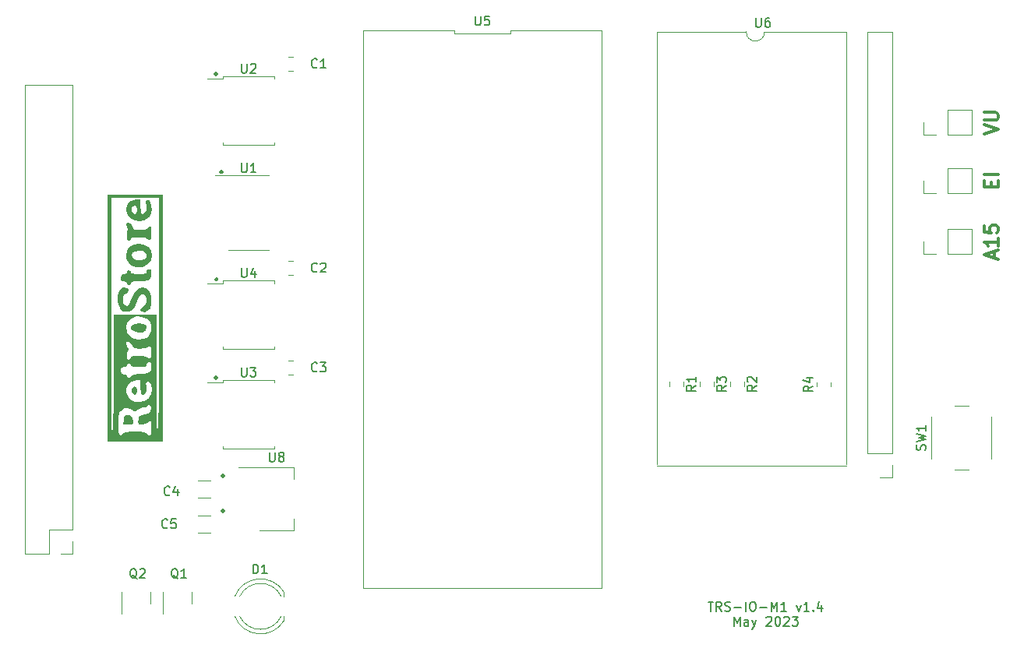
<source format=gbr>
%TF.GenerationSoftware,KiCad,Pcbnew,(6.0.11)*%
%TF.CreationDate,2023-05-02T12:30:58-07:00*%
%TF.ProjectId,TRS-IO-M1,5452532d-494f-42d4-9d31-2e6b69636164,rev?*%
%TF.SameCoordinates,Original*%
%TF.FileFunction,Legend,Top*%
%TF.FilePolarity,Positive*%
%FSLAX46Y46*%
G04 Gerber Fmt 4.6, Leading zero omitted, Abs format (unit mm)*
G04 Created by KiCad (PCBNEW (6.0.11)) date 2023-05-02 12:30:58*
%MOMM*%
%LPD*%
G01*
G04 APERTURE LIST*
%ADD10C,0.300000*%
%ADD11C,0.150000*%
%ADD12C,0.120000*%
G04 APERTURE END LIST*
D10*
X136144000Y-98833714D02*
X136215428Y-98905142D01*
X136144000Y-98976571D01*
X136072571Y-98905142D01*
X136144000Y-98833714D01*
X136144000Y-98976571D01*
X136906000Y-113311714D02*
X136977428Y-113383142D01*
X136906000Y-113454571D01*
X136834571Y-113383142D01*
X136906000Y-113311714D01*
X136906000Y-113454571D01*
X136144000Y-65813714D02*
X136215428Y-65885142D01*
X136144000Y-65956571D01*
X136072571Y-65885142D01*
X136144000Y-65813714D01*
X136144000Y-65956571D01*
X136194800Y-88114914D02*
X136266228Y-88186342D01*
X136194800Y-88257771D01*
X136123371Y-88186342D01*
X136194800Y-88114914D01*
X136194800Y-88257771D01*
X220357628Y-78148571D02*
X220357628Y-77648571D01*
X221143342Y-77434285D02*
X221143342Y-78148571D01*
X219643342Y-78148571D01*
X219643342Y-77434285D01*
X221143342Y-76791428D02*
X219643342Y-76791428D01*
X220722000Y-85859714D02*
X220722000Y-85145428D01*
X221150571Y-86002571D02*
X219650571Y-85502571D01*
X221150571Y-85002571D01*
X221150571Y-83716857D02*
X221150571Y-84574000D01*
X221150571Y-84145428D02*
X219650571Y-84145428D01*
X219864857Y-84288285D01*
X220007714Y-84431142D01*
X220079142Y-84574000D01*
X219650571Y-82359714D02*
X219650571Y-83074000D01*
X220364857Y-83145428D01*
X220293428Y-83074000D01*
X220222000Y-82931142D01*
X220222000Y-82574000D01*
X220293428Y-82431142D01*
X220364857Y-82359714D01*
X220507714Y-82288285D01*
X220864857Y-82288285D01*
X221007714Y-82359714D01*
X221079142Y-82431142D01*
X221150571Y-82574000D01*
X221150571Y-82931142D01*
X221079142Y-83074000D01*
X221007714Y-83145428D01*
X136906000Y-109501714D02*
X136977428Y-109573142D01*
X136906000Y-109644571D01*
X136834571Y-109573142D01*
X136906000Y-109501714D01*
X136906000Y-109644571D01*
D11*
X189622895Y-123259780D02*
X190194323Y-123259780D01*
X189908609Y-124259780D02*
X189908609Y-123259780D01*
X191099085Y-124259780D02*
X190765752Y-123783590D01*
X190527657Y-124259780D02*
X190527657Y-123259780D01*
X190908609Y-123259780D01*
X191003847Y-123307400D01*
X191051466Y-123355019D01*
X191099085Y-123450257D01*
X191099085Y-123593114D01*
X191051466Y-123688352D01*
X191003847Y-123735971D01*
X190908609Y-123783590D01*
X190527657Y-123783590D01*
X191480038Y-124212161D02*
X191622895Y-124259780D01*
X191860990Y-124259780D01*
X191956228Y-124212161D01*
X192003847Y-124164542D01*
X192051466Y-124069304D01*
X192051466Y-123974066D01*
X192003847Y-123878828D01*
X191956228Y-123831209D01*
X191860990Y-123783590D01*
X191670514Y-123735971D01*
X191575276Y-123688352D01*
X191527657Y-123640733D01*
X191480038Y-123545495D01*
X191480038Y-123450257D01*
X191527657Y-123355019D01*
X191575276Y-123307400D01*
X191670514Y-123259780D01*
X191908609Y-123259780D01*
X192051466Y-123307400D01*
X192480038Y-123878828D02*
X193241942Y-123878828D01*
X193718133Y-124259780D02*
X193718133Y-123259780D01*
X194384800Y-123259780D02*
X194575276Y-123259780D01*
X194670514Y-123307400D01*
X194765752Y-123402638D01*
X194813371Y-123593114D01*
X194813371Y-123926447D01*
X194765752Y-124116923D01*
X194670514Y-124212161D01*
X194575276Y-124259780D01*
X194384800Y-124259780D01*
X194289561Y-124212161D01*
X194194323Y-124116923D01*
X194146704Y-123926447D01*
X194146704Y-123593114D01*
X194194323Y-123402638D01*
X194289561Y-123307400D01*
X194384800Y-123259780D01*
X195241942Y-123878828D02*
X196003847Y-123878828D01*
X196480038Y-124259780D02*
X196480038Y-123259780D01*
X196813371Y-123974066D01*
X197146704Y-123259780D01*
X197146704Y-124259780D01*
X198146704Y-124259780D02*
X197575276Y-124259780D01*
X197860990Y-124259780D02*
X197860990Y-123259780D01*
X197765752Y-123402638D01*
X197670514Y-123497876D01*
X197575276Y-123545495D01*
X199241942Y-123593114D02*
X199480038Y-124259780D01*
X199718133Y-123593114D01*
X200622895Y-124259780D02*
X200051466Y-124259780D01*
X200337180Y-124259780D02*
X200337180Y-123259780D01*
X200241942Y-123402638D01*
X200146704Y-123497876D01*
X200051466Y-123545495D01*
X201051466Y-124164542D02*
X201099085Y-124212161D01*
X201051466Y-124259780D01*
X201003847Y-124212161D01*
X201051466Y-124164542D01*
X201051466Y-124259780D01*
X201956228Y-123593114D02*
X201956228Y-124259780D01*
X201718133Y-123212161D02*
X201480038Y-123926447D01*
X202099085Y-123926447D01*
X192432419Y-125869780D02*
X192432419Y-124869780D01*
X192765752Y-125584066D01*
X193099085Y-124869780D01*
X193099085Y-125869780D01*
X194003847Y-125869780D02*
X194003847Y-125345971D01*
X193956228Y-125250733D01*
X193860990Y-125203114D01*
X193670514Y-125203114D01*
X193575276Y-125250733D01*
X194003847Y-125822161D02*
X193908609Y-125869780D01*
X193670514Y-125869780D01*
X193575276Y-125822161D01*
X193527657Y-125726923D01*
X193527657Y-125631685D01*
X193575276Y-125536447D01*
X193670514Y-125488828D01*
X193908609Y-125488828D01*
X194003847Y-125441209D01*
X194384800Y-125203114D02*
X194622895Y-125869780D01*
X194860990Y-125203114D02*
X194622895Y-125869780D01*
X194527657Y-126107876D01*
X194480038Y-126155495D01*
X194384800Y-126203114D01*
X195956228Y-124965019D02*
X196003847Y-124917400D01*
X196099085Y-124869780D01*
X196337180Y-124869780D01*
X196432419Y-124917400D01*
X196480038Y-124965019D01*
X196527657Y-125060257D01*
X196527657Y-125155495D01*
X196480038Y-125298352D01*
X195908609Y-125869780D01*
X196527657Y-125869780D01*
X197146704Y-124869780D02*
X197241942Y-124869780D01*
X197337180Y-124917400D01*
X197384800Y-124965019D01*
X197432419Y-125060257D01*
X197480038Y-125250733D01*
X197480038Y-125488828D01*
X197432419Y-125679304D01*
X197384800Y-125774542D01*
X197337180Y-125822161D01*
X197241942Y-125869780D01*
X197146704Y-125869780D01*
X197051466Y-125822161D01*
X197003847Y-125774542D01*
X196956228Y-125679304D01*
X196908609Y-125488828D01*
X196908609Y-125250733D01*
X196956228Y-125060257D01*
X197003847Y-124965019D01*
X197051466Y-124917400D01*
X197146704Y-124869780D01*
X197860990Y-124965019D02*
X197908609Y-124917400D01*
X198003847Y-124869780D01*
X198241942Y-124869780D01*
X198337180Y-124917400D01*
X198384800Y-124965019D01*
X198432419Y-125060257D01*
X198432419Y-125155495D01*
X198384800Y-125298352D01*
X197813371Y-125869780D01*
X198432419Y-125869780D01*
X198765752Y-124869780D02*
X199384800Y-124869780D01*
X199051466Y-125250733D01*
X199194323Y-125250733D01*
X199289561Y-125298352D01*
X199337180Y-125345971D01*
X199384800Y-125441209D01*
X199384800Y-125679304D01*
X199337180Y-125774542D01*
X199289561Y-125822161D01*
X199194323Y-125869780D01*
X198908609Y-125869780D01*
X198813371Y-125822161D01*
X198765752Y-125774542D01*
D10*
X136753600Y-76430914D02*
X136825028Y-76502342D01*
X136753600Y-76573771D01*
X136682171Y-76502342D01*
X136753600Y-76430914D01*
X136753600Y-76573771D01*
X219629386Y-72405714D02*
X221129386Y-71905714D01*
X219629386Y-71405714D01*
X219629386Y-70905714D02*
X220843672Y-70905714D01*
X220986529Y-70834285D01*
X221057957Y-70762857D01*
X221129386Y-70620000D01*
X221129386Y-70334285D01*
X221057957Y-70191428D01*
X220986529Y-70120000D01*
X220843672Y-70048571D01*
X219629386Y-70048571D01*
D11*
%TO.C,R1*%
X188284380Y-99734666D02*
X187808190Y-100068000D01*
X188284380Y-100306095D02*
X187284380Y-100306095D01*
X187284380Y-99925142D01*
X187332000Y-99829904D01*
X187379619Y-99782285D01*
X187474857Y-99734666D01*
X187617714Y-99734666D01*
X187712952Y-99782285D01*
X187760571Y-99829904D01*
X187808190Y-99925142D01*
X187808190Y-100306095D01*
X188284380Y-98782285D02*
X188284380Y-99353714D01*
X188284380Y-99068000D02*
X187284380Y-99068000D01*
X187427238Y-99163238D01*
X187522476Y-99258476D01*
X187570095Y-99353714D01*
%TO.C,R2*%
X194888380Y-99734666D02*
X194412190Y-100068000D01*
X194888380Y-100306095D02*
X193888380Y-100306095D01*
X193888380Y-99925142D01*
X193936000Y-99829904D01*
X193983619Y-99782285D01*
X194078857Y-99734666D01*
X194221714Y-99734666D01*
X194316952Y-99782285D01*
X194364571Y-99829904D01*
X194412190Y-99925142D01*
X194412190Y-100306095D01*
X193983619Y-99353714D02*
X193936000Y-99306095D01*
X193888380Y-99210857D01*
X193888380Y-98972761D01*
X193936000Y-98877523D01*
X193983619Y-98829904D01*
X194078857Y-98782285D01*
X194174095Y-98782285D01*
X194316952Y-98829904D01*
X194888380Y-99401333D01*
X194888380Y-98782285D01*
%TO.C,C2*%
X147153333Y-87326742D02*
X147105714Y-87374361D01*
X146962857Y-87421980D01*
X146867619Y-87421980D01*
X146724761Y-87374361D01*
X146629523Y-87279123D01*
X146581904Y-87183885D01*
X146534285Y-86993409D01*
X146534285Y-86850552D01*
X146581904Y-86660076D01*
X146629523Y-86564838D01*
X146724761Y-86469600D01*
X146867619Y-86421980D01*
X146962857Y-86421980D01*
X147105714Y-86469600D01*
X147153333Y-86517219D01*
X147534285Y-86517219D02*
X147581904Y-86469600D01*
X147677142Y-86421980D01*
X147915238Y-86421980D01*
X148010476Y-86469600D01*
X148058095Y-86517219D01*
X148105714Y-86612457D01*
X148105714Y-86707695D01*
X148058095Y-86850552D01*
X147486666Y-87421980D01*
X148105714Y-87421980D01*
%TO.C,U5*%
X164338095Y-59582380D02*
X164338095Y-60391904D01*
X164385714Y-60487142D01*
X164433333Y-60534761D01*
X164528571Y-60582380D01*
X164719047Y-60582380D01*
X164814285Y-60534761D01*
X164861904Y-60487142D01*
X164909523Y-60391904D01*
X164909523Y-59582380D01*
X165861904Y-59582380D02*
X165385714Y-59582380D01*
X165338095Y-60058571D01*
X165385714Y-60010952D01*
X165480952Y-59963333D01*
X165719047Y-59963333D01*
X165814285Y-60010952D01*
X165861904Y-60058571D01*
X165909523Y-60153809D01*
X165909523Y-60391904D01*
X165861904Y-60487142D01*
X165814285Y-60534761D01*
X165719047Y-60582380D01*
X165480952Y-60582380D01*
X165385714Y-60534761D01*
X165338095Y-60487142D01*
%TO.C,U8*%
X141986095Y-107017180D02*
X141986095Y-107826704D01*
X142033714Y-107921942D01*
X142081333Y-107969561D01*
X142176571Y-108017180D01*
X142367047Y-108017180D01*
X142462285Y-107969561D01*
X142509904Y-107921942D01*
X142557523Y-107826704D01*
X142557523Y-107017180D01*
X143176571Y-107445752D02*
X143081333Y-107398133D01*
X143033714Y-107350514D01*
X142986095Y-107255276D01*
X142986095Y-107207657D01*
X143033714Y-107112419D01*
X143081333Y-107064800D01*
X143176571Y-107017180D01*
X143367047Y-107017180D01*
X143462285Y-107064800D01*
X143509904Y-107112419D01*
X143557523Y-107207657D01*
X143557523Y-107255276D01*
X143509904Y-107350514D01*
X143462285Y-107398133D01*
X143367047Y-107445752D01*
X143176571Y-107445752D01*
X143081333Y-107493371D01*
X143033714Y-107540990D01*
X142986095Y-107636228D01*
X142986095Y-107826704D01*
X143033714Y-107921942D01*
X143081333Y-107969561D01*
X143176571Y-108017180D01*
X143367047Y-108017180D01*
X143462285Y-107969561D01*
X143509904Y-107921942D01*
X143557523Y-107826704D01*
X143557523Y-107636228D01*
X143509904Y-107540990D01*
X143462285Y-107493371D01*
X143367047Y-107445752D01*
%TO.C,U1*%
X138938095Y-75559046D02*
X138938095Y-76368570D01*
X138985714Y-76463808D01*
X139033333Y-76511427D01*
X139128571Y-76559046D01*
X139319047Y-76559046D01*
X139414285Y-76511427D01*
X139461904Y-76463808D01*
X139509523Y-76368570D01*
X139509523Y-75559046D01*
X140509523Y-76559046D02*
X139938095Y-76559046D01*
X140223809Y-76559046D02*
X140223809Y-75559046D01*
X140128571Y-75701904D01*
X140033333Y-75797142D01*
X139938095Y-75844761D01*
%TO.C,C1*%
X147153333Y-65127142D02*
X147105714Y-65174761D01*
X146962857Y-65222380D01*
X146867619Y-65222380D01*
X146724761Y-65174761D01*
X146629523Y-65079523D01*
X146581904Y-64984285D01*
X146534285Y-64793809D01*
X146534285Y-64650952D01*
X146581904Y-64460476D01*
X146629523Y-64365238D01*
X146724761Y-64270000D01*
X146867619Y-64222380D01*
X146962857Y-64222380D01*
X147105714Y-64270000D01*
X147153333Y-64317619D01*
X148105714Y-65222380D02*
X147534285Y-65222380D01*
X147820000Y-65222380D02*
X147820000Y-64222380D01*
X147724761Y-64365238D01*
X147629523Y-64460476D01*
X147534285Y-64508095D01*
%TO.C,U6*%
X194818095Y-59767380D02*
X194818095Y-60576904D01*
X194865714Y-60672142D01*
X194913333Y-60719761D01*
X195008571Y-60767380D01*
X195199047Y-60767380D01*
X195294285Y-60719761D01*
X195341904Y-60672142D01*
X195389523Y-60576904D01*
X195389523Y-59767380D01*
X196294285Y-59767380D02*
X196103809Y-59767380D01*
X196008571Y-59815000D01*
X195960952Y-59862619D01*
X195865714Y-60005476D01*
X195818095Y-60195952D01*
X195818095Y-60576904D01*
X195865714Y-60672142D01*
X195913333Y-60719761D01*
X196008571Y-60767380D01*
X196199047Y-60767380D01*
X196294285Y-60719761D01*
X196341904Y-60672142D01*
X196389523Y-60576904D01*
X196389523Y-60338809D01*
X196341904Y-60243571D01*
X196294285Y-60195952D01*
X196199047Y-60148333D01*
X196008571Y-60148333D01*
X195913333Y-60195952D01*
X195865714Y-60243571D01*
X195818095Y-60338809D01*
%TO.C,R4*%
X200986380Y-99785466D02*
X200510190Y-100118800D01*
X200986380Y-100356895D02*
X199986380Y-100356895D01*
X199986380Y-99975942D01*
X200034000Y-99880704D01*
X200081619Y-99833085D01*
X200176857Y-99785466D01*
X200319714Y-99785466D01*
X200414952Y-99833085D01*
X200462571Y-99880704D01*
X200510190Y-99975942D01*
X200510190Y-100356895D01*
X200319714Y-98928323D02*
X200986380Y-98928323D01*
X199938761Y-99166419D02*
X200653047Y-99404514D01*
X200653047Y-98785466D01*
%TO.C,C3*%
X147153333Y-98147142D02*
X147105714Y-98194761D01*
X146962857Y-98242380D01*
X146867619Y-98242380D01*
X146724761Y-98194761D01*
X146629523Y-98099523D01*
X146581904Y-98004285D01*
X146534285Y-97813809D01*
X146534285Y-97670952D01*
X146581904Y-97480476D01*
X146629523Y-97385238D01*
X146724761Y-97290000D01*
X146867619Y-97242380D01*
X146962857Y-97242380D01*
X147105714Y-97290000D01*
X147153333Y-97337619D01*
X147486666Y-97242380D02*
X148105714Y-97242380D01*
X147772380Y-97623333D01*
X147915238Y-97623333D01*
X148010476Y-97670952D01*
X148058095Y-97718571D01*
X148105714Y-97813809D01*
X148105714Y-98051904D01*
X148058095Y-98147142D01*
X148010476Y-98194761D01*
X147915238Y-98242380D01*
X147629523Y-98242380D01*
X147534285Y-98194761D01*
X147486666Y-98147142D01*
%TO.C,C4*%
X131151333Y-111609142D02*
X131103714Y-111656761D01*
X130960857Y-111704380D01*
X130865619Y-111704380D01*
X130722761Y-111656761D01*
X130627523Y-111561523D01*
X130579904Y-111466285D01*
X130532285Y-111275809D01*
X130532285Y-111132952D01*
X130579904Y-110942476D01*
X130627523Y-110847238D01*
X130722761Y-110752000D01*
X130865619Y-110704380D01*
X130960857Y-110704380D01*
X131103714Y-110752000D01*
X131151333Y-110799619D01*
X132008476Y-111037714D02*
X132008476Y-111704380D01*
X131770380Y-110656761D02*
X131532285Y-111371047D01*
X132151333Y-111371047D01*
%TO.C,Q1*%
X132035561Y-120740419D02*
X131940323Y-120692800D01*
X131845085Y-120597561D01*
X131702228Y-120454704D01*
X131606990Y-120407085D01*
X131511752Y-120407085D01*
X131559371Y-120645180D02*
X131464133Y-120597561D01*
X131368895Y-120502323D01*
X131321276Y-120311847D01*
X131321276Y-119978514D01*
X131368895Y-119788038D01*
X131464133Y-119692800D01*
X131559371Y-119645180D01*
X131749847Y-119645180D01*
X131845085Y-119692800D01*
X131940323Y-119788038D01*
X131987942Y-119978514D01*
X131987942Y-120311847D01*
X131940323Y-120502323D01*
X131845085Y-120597561D01*
X131749847Y-120645180D01*
X131559371Y-120645180D01*
X132940323Y-120645180D02*
X132368895Y-120645180D01*
X132654609Y-120645180D02*
X132654609Y-119645180D01*
X132559371Y-119788038D01*
X132464133Y-119883276D01*
X132368895Y-119930895D01*
%TO.C,R3*%
X191586380Y-99734666D02*
X191110190Y-100068000D01*
X191586380Y-100306095D02*
X190586380Y-100306095D01*
X190586380Y-99925142D01*
X190634000Y-99829904D01*
X190681619Y-99782285D01*
X190776857Y-99734666D01*
X190919714Y-99734666D01*
X191014952Y-99782285D01*
X191062571Y-99829904D01*
X191110190Y-99925142D01*
X191110190Y-100306095D01*
X190586380Y-99401333D02*
X190586380Y-98782285D01*
X190967333Y-99115619D01*
X190967333Y-98972761D01*
X191014952Y-98877523D01*
X191062571Y-98829904D01*
X191157809Y-98782285D01*
X191395904Y-98782285D01*
X191491142Y-98829904D01*
X191538761Y-98877523D01*
X191586380Y-98972761D01*
X191586380Y-99258476D01*
X191538761Y-99353714D01*
X191491142Y-99401333D01*
%TO.C,U2*%
X138938095Y-64752380D02*
X138938095Y-65561904D01*
X138985714Y-65657142D01*
X139033333Y-65704761D01*
X139128571Y-65752380D01*
X139319047Y-65752380D01*
X139414285Y-65704761D01*
X139461904Y-65657142D01*
X139509523Y-65561904D01*
X139509523Y-64752380D01*
X139938095Y-64847619D02*
X139985714Y-64800000D01*
X140080952Y-64752380D01*
X140319047Y-64752380D01*
X140414285Y-64800000D01*
X140461904Y-64847619D01*
X140509523Y-64942857D01*
X140509523Y-65038095D01*
X140461904Y-65180952D01*
X139890476Y-65752380D01*
X140509523Y-65752380D01*
%TO.C,Q2*%
X127565161Y-120740419D02*
X127469923Y-120692800D01*
X127374685Y-120597561D01*
X127231828Y-120454704D01*
X127136590Y-120407085D01*
X127041352Y-120407085D01*
X127088971Y-120645180D02*
X126993733Y-120597561D01*
X126898495Y-120502323D01*
X126850876Y-120311847D01*
X126850876Y-119978514D01*
X126898495Y-119788038D01*
X126993733Y-119692800D01*
X127088971Y-119645180D01*
X127279447Y-119645180D01*
X127374685Y-119692800D01*
X127469923Y-119788038D01*
X127517542Y-119978514D01*
X127517542Y-120311847D01*
X127469923Y-120502323D01*
X127374685Y-120597561D01*
X127279447Y-120645180D01*
X127088971Y-120645180D01*
X127898495Y-119740419D02*
X127946114Y-119692800D01*
X128041352Y-119645180D01*
X128279447Y-119645180D01*
X128374685Y-119692800D01*
X128422304Y-119740419D01*
X128469923Y-119835657D01*
X128469923Y-119930895D01*
X128422304Y-120073752D01*
X127850876Y-120645180D01*
X128469923Y-120645180D01*
%TO.C,D1*%
X140181104Y-120187979D02*
X140181104Y-119187979D01*
X140419200Y-119187979D01*
X140562057Y-119235599D01*
X140657295Y-119330837D01*
X140704914Y-119426075D01*
X140752533Y-119616551D01*
X140752533Y-119759408D01*
X140704914Y-119949884D01*
X140657295Y-120045122D01*
X140562057Y-120140360D01*
X140419200Y-120187979D01*
X140181104Y-120187979D01*
X141704914Y-120187979D02*
X141133485Y-120187979D01*
X141419200Y-120187979D02*
X141419200Y-119187979D01*
X141323961Y-119330837D01*
X141228723Y-119426075D01*
X141133485Y-119473694D01*
%TO.C,U3*%
X138938095Y-97772380D02*
X138938095Y-98581904D01*
X138985714Y-98677142D01*
X139033333Y-98724761D01*
X139128571Y-98772380D01*
X139319047Y-98772380D01*
X139414285Y-98724761D01*
X139461904Y-98677142D01*
X139509523Y-98581904D01*
X139509523Y-97772380D01*
X139890476Y-97772380D02*
X140509523Y-97772380D01*
X140176190Y-98153333D01*
X140319047Y-98153333D01*
X140414285Y-98200952D01*
X140461904Y-98248571D01*
X140509523Y-98343809D01*
X140509523Y-98581904D01*
X140461904Y-98677142D01*
X140414285Y-98724761D01*
X140319047Y-98772380D01*
X140033333Y-98772380D01*
X139938095Y-98724761D01*
X139890476Y-98677142D01*
%TO.C,SW1*%
X213205961Y-106742133D02*
X213253580Y-106599276D01*
X213253580Y-106361180D01*
X213205961Y-106265942D01*
X213158342Y-106218323D01*
X213063104Y-106170704D01*
X212967866Y-106170704D01*
X212872628Y-106218323D01*
X212825009Y-106265942D01*
X212777390Y-106361180D01*
X212729771Y-106551657D01*
X212682152Y-106646895D01*
X212634533Y-106694514D01*
X212539295Y-106742133D01*
X212444057Y-106742133D01*
X212348819Y-106694514D01*
X212301200Y-106646895D01*
X212253580Y-106551657D01*
X212253580Y-106313561D01*
X212301200Y-106170704D01*
X212253580Y-105837371D02*
X213253580Y-105599276D01*
X212539295Y-105408800D01*
X213253580Y-105218323D01*
X212253580Y-104980228D01*
X213253580Y-104075466D02*
X213253580Y-104646895D01*
X213253580Y-104361180D02*
X212253580Y-104361180D01*
X212396438Y-104456419D01*
X212491676Y-104551657D01*
X212539295Y-104646895D01*
%TO.C,U4*%
X138938095Y-86965712D02*
X138938095Y-87775236D01*
X138985714Y-87870474D01*
X139033333Y-87918093D01*
X139128571Y-87965712D01*
X139319047Y-87965712D01*
X139414285Y-87918093D01*
X139461904Y-87870474D01*
X139509523Y-87775236D01*
X139509523Y-86965712D01*
X140414285Y-87299046D02*
X140414285Y-87965712D01*
X140176190Y-86918093D02*
X139938095Y-87632379D01*
X140557142Y-87632379D01*
%TO.C,C5*%
X130897333Y-115165142D02*
X130849714Y-115212761D01*
X130706857Y-115260380D01*
X130611619Y-115260380D01*
X130468761Y-115212761D01*
X130373523Y-115117523D01*
X130325904Y-115022285D01*
X130278285Y-114831809D01*
X130278285Y-114688952D01*
X130325904Y-114498476D01*
X130373523Y-114403238D01*
X130468761Y-114308000D01*
X130611619Y-114260380D01*
X130706857Y-114260380D01*
X130849714Y-114308000D01*
X130897333Y-114355619D01*
X131802095Y-114260380D02*
X131325904Y-114260380D01*
X131278285Y-114736571D01*
X131325904Y-114688952D01*
X131421142Y-114641333D01*
X131659238Y-114641333D01*
X131754476Y-114688952D01*
X131802095Y-114736571D01*
X131849714Y-114831809D01*
X131849714Y-115069904D01*
X131802095Y-115165142D01*
X131754476Y-115212761D01*
X131659238Y-115260380D01*
X131421142Y-115260380D01*
X131325904Y-115212761D01*
X131278285Y-115165142D01*
D12*
%TO.C,J1*%
X120608400Y-67097600D02*
X115408400Y-67097600D01*
X120608400Y-118017600D02*
X119278400Y-118017600D01*
X118008400Y-115417600D02*
X118008400Y-118017600D01*
X120608400Y-116687600D02*
X120608400Y-118017600D01*
X115408400Y-118017600D02*
X115408400Y-67097600D01*
X120608400Y-115417600D02*
X118008400Y-115417600D01*
X118008400Y-118017600D02*
X115408400Y-118017600D01*
X120608400Y-115417600D02*
X120608400Y-67097600D01*
%TO.C,R1*%
X185447000Y-99340936D02*
X185447000Y-99795064D01*
X186917000Y-99340936D02*
X186917000Y-99795064D01*
%TO.C,R2*%
X192051000Y-99340936D02*
X192051000Y-99795064D01*
X193521000Y-99340936D02*
X193521000Y-99795064D01*
%TO.C,C2*%
X144010748Y-87704600D02*
X144533252Y-87704600D01*
X144010748Y-86234600D02*
X144533252Y-86234600D01*
%TO.C,U5*%
X168140000Y-61490000D02*
X162060001Y-61490000D01*
X162060001Y-61130000D02*
X152150000Y-61130000D01*
X162060001Y-61490000D02*
X162060001Y-61130000D01*
X152150000Y-121750000D02*
X178050000Y-121750000D01*
X152150000Y-61130000D02*
X152150000Y-121750000D01*
X178050000Y-121750000D02*
X178050000Y-61130000D01*
X178050000Y-61130000D02*
X168140000Y-61130000D01*
X168140000Y-61130000D02*
X168140000Y-61490000D01*
%TO.C,U8*%
X144658000Y-108654800D02*
X144658000Y-109914800D01*
X138648000Y-108654800D02*
X144658000Y-108654800D01*
X140898000Y-115474800D02*
X144658000Y-115474800D01*
X144658000Y-115474800D02*
X144658000Y-114214800D01*
%TO.C,U1*%
X139700000Y-76921666D02*
X141900000Y-76921666D01*
X139700000Y-76921666D02*
X136100000Y-76921666D01*
X139700000Y-84991666D02*
X141900000Y-84991666D01*
X139700000Y-84991666D02*
X137500000Y-84991666D01*
%TO.C,C1*%
X144010748Y-64035000D02*
X144533252Y-64035000D01*
X144010748Y-65505000D02*
X144533252Y-65505000D01*
%TO.C,J4*%
X213041000Y-72450000D02*
X213041000Y-71120000D01*
X215641000Y-69790000D02*
X218241000Y-69790000D01*
X215641000Y-72450000D02*
X215641000Y-69790000D01*
X218241000Y-72450000D02*
X218241000Y-69790000D01*
X214371000Y-72450000D02*
X213041000Y-72450000D01*
X215641000Y-72450000D02*
X218241000Y-72450000D01*
%TO.C,U6*%
X184040000Y-61327500D02*
X184040000Y-108307500D01*
X204605400Y-108307500D02*
X204605400Y-61327500D01*
X193767200Y-61315000D02*
X184040000Y-61315000D01*
X204605400Y-61315000D02*
X195767200Y-61315000D01*
X184040000Y-108425000D02*
X204605400Y-108425000D01*
X193767200Y-61289600D02*
G75*
G03*
X195767200Y-61289600I1000000J0D01*
G01*
%TO.C,R4*%
X202919000Y-99845864D02*
X202919000Y-99391736D01*
X201449000Y-99845864D02*
X201449000Y-99391736D01*
%TO.C,J5*%
X218246000Y-85404000D02*
X218246000Y-82744000D01*
X214376000Y-85404000D02*
X213046000Y-85404000D01*
X215646000Y-85404000D02*
X218246000Y-85404000D01*
X215646000Y-85404000D02*
X215646000Y-82744000D01*
X215646000Y-82744000D02*
X218246000Y-82744000D01*
X213046000Y-85404000D02*
X213046000Y-84074000D01*
%TO.C,C3*%
X144010748Y-98525000D02*
X144533252Y-98525000D01*
X144010748Y-97055000D02*
X144533252Y-97055000D01*
%TO.C,J3*%
X218241000Y-78800000D02*
X218241000Y-76140000D01*
X215641000Y-76140000D02*
X218241000Y-76140000D01*
X214371000Y-78800000D02*
X213041000Y-78800000D01*
X215641000Y-78800000D02*
X218241000Y-78800000D01*
X213041000Y-78800000D02*
X213041000Y-77470000D01*
X215641000Y-78800000D02*
X215641000Y-76140000D01*
%TO.C,C4*%
X135585252Y-111908000D02*
X134162748Y-111908000D01*
X135585252Y-110088000D02*
X134162748Y-110088000D01*
%TO.C,G1*%
G36*
X127474560Y-99913246D02*
G01*
X127566084Y-100202983D01*
X127570769Y-100317765D01*
X127525611Y-100665636D01*
X127384362Y-100783016D01*
X127375971Y-100783210D01*
X127139635Y-100671466D01*
X126994772Y-100415637D01*
X126994518Y-100134828D01*
X127045886Y-100043296D01*
X127290477Y-99854430D01*
X127474560Y-99913246D01*
G37*
G36*
X127647398Y-86887937D02*
G01*
X127419648Y-86862777D01*
X127027456Y-86679359D01*
X126671579Y-86342732D01*
X126431147Y-85942950D01*
X126373910Y-85672686D01*
X126397694Y-85560413D01*
X126981983Y-85560413D01*
X127065276Y-85801877D01*
X127303608Y-85998755D01*
X127641841Y-86119416D01*
X128024838Y-86132226D01*
X128362530Y-86025242D01*
X128593936Y-85777247D01*
X128605829Y-85460300D01*
X128475062Y-85250645D01*
X128197331Y-85125482D01*
X127795383Y-85096862D01*
X127390853Y-85159858D01*
X127108865Y-85305997D01*
X126981983Y-85560413D01*
X126397694Y-85560413D01*
X126488383Y-85132307D01*
X126793777Y-84710283D01*
X127233055Y-84428761D01*
X127749181Y-84309886D01*
X128285116Y-84375805D01*
X128783825Y-84648665D01*
X128853189Y-84710026D01*
X129085137Y-85089283D01*
X129171429Y-85585517D01*
X129104838Y-86088599D01*
X128963183Y-86386149D01*
X128640672Y-86653332D01*
X128166066Y-86831715D01*
X128024838Y-86847024D01*
X127647398Y-86887937D01*
G37*
G36*
X128303063Y-93011623D02*
G01*
X128575829Y-93229544D01*
X128634643Y-93469074D01*
X128545921Y-93748305D01*
X128475062Y-93841430D01*
X128189519Y-93981530D01*
X127805093Y-94000135D01*
X127407260Y-93917529D01*
X127081496Y-93753992D01*
X126913279Y-93529809D01*
X126905847Y-93469074D01*
X127025159Y-93227058D01*
X127328423Y-93034842D01*
X127733631Y-92940166D01*
X127819639Y-92937137D01*
X128303063Y-93011623D01*
G37*
G36*
X128637451Y-89193624D02*
G01*
X128963503Y-89524249D01*
X129138203Y-90059765D01*
X129166580Y-90465272D01*
X129121520Y-90976792D01*
X129002399Y-91371418D01*
X128959563Y-91444720D01*
X128718324Y-91650264D01*
X128416257Y-91745130D01*
X128141454Y-91723878D01*
X127982009Y-91581070D01*
X127969721Y-91505844D01*
X128079478Y-91276585D01*
X128268936Y-91140137D01*
X128504716Y-90932787D01*
X128614941Y-90624465D01*
X128611465Y-90287613D01*
X128506140Y-89994673D01*
X128310820Y-89818086D01*
X128053550Y-89823755D01*
X127888850Y-89989276D01*
X127703795Y-90322007D01*
X127604496Y-90567123D01*
X127347340Y-91164789D01*
X127062767Y-91533627D01*
X126713866Y-91710609D01*
X126433267Y-91740278D01*
X126082206Y-91692452D01*
X125839261Y-91501344D01*
X125707531Y-91308079D01*
X125476896Y-90685580D01*
X125494748Y-90012494D01*
X125657649Y-89532889D01*
X125855639Y-89216435D01*
X126097245Y-89092255D01*
X126256078Y-89080593D01*
X126534153Y-89119815D01*
X126632655Y-89284033D01*
X126639878Y-89413053D01*
X126574467Y-89677009D01*
X126389413Y-89745514D01*
X126180385Y-89860119D01*
X126061657Y-90148164D01*
X126055401Y-90525992D01*
X126118022Y-90769411D01*
X126297071Y-91044380D01*
X126512700Y-91073505D01*
X126741512Y-90870062D01*
X126960109Y-90447325D01*
X127029071Y-90252514D01*
X127314294Y-89612730D01*
X127679054Y-89223780D01*
X128127447Y-89081453D01*
X128169198Y-89080593D01*
X128637451Y-89193624D01*
G37*
G36*
X126843646Y-81550430D02*
G01*
X126559304Y-81207288D01*
X126403735Y-80672685D01*
X126424929Y-80526997D01*
X127008382Y-80526997D01*
X127049433Y-80804377D01*
X127115086Y-80892823D01*
X127364772Y-81079053D01*
X127512445Y-81024682D01*
X127569306Y-80723398D01*
X127570769Y-80636090D01*
X127525611Y-80288219D01*
X127384362Y-80170840D01*
X127375971Y-80170645D01*
X127130720Y-80278406D01*
X127008382Y-80526997D01*
X126424929Y-80526997D01*
X126474884Y-80183595D01*
X126742333Y-79793126D01*
X127175665Y-79554385D01*
X127533866Y-79505723D01*
X127969721Y-79505723D01*
X127969721Y-80303629D01*
X127987906Y-80779451D01*
X128048654Y-81031850D01*
X128152915Y-81101535D01*
X128433150Y-80987173D01*
X128585653Y-80674027D01*
X128589245Y-80207004D01*
X128585695Y-80183898D01*
X128556882Y-79814715D01*
X128633269Y-79629654D01*
X128699769Y-79591141D01*
X128914260Y-79617010D01*
X129067803Y-79837507D01*
X129154793Y-80187110D01*
X129169624Y-80600302D01*
X129106691Y-81011561D01*
X128960386Y-81355367D01*
X128860972Y-81475261D01*
X128391743Y-81762475D01*
X127848785Y-81864881D01*
X127364772Y-81799048D01*
X127307590Y-81791270D01*
X126843646Y-81550430D01*
G37*
G36*
X126845181Y-102998731D02*
G01*
X127086317Y-103270319D01*
X127171816Y-103667790D01*
X127138795Y-103865271D01*
X126990935Y-103953734D01*
X126655040Y-103974803D01*
X126631851Y-103974833D01*
X126091886Y-103974833D01*
X126133160Y-103476142D01*
X126192111Y-103134576D01*
X126329279Y-102976472D01*
X126499443Y-102931576D01*
X126845181Y-102998731D01*
G37*
G36*
X129085406Y-87139184D02*
G01*
X129158791Y-87346261D01*
X129166580Y-87541774D01*
X129107696Y-87917118D01*
X128965232Y-88198767D01*
X128957605Y-88206696D01*
X128723086Y-88334263D01*
X128310349Y-88400707D01*
X127827238Y-88415671D01*
X127329124Y-88426594D01*
X127044802Y-88467169D01*
X126922702Y-88549106D01*
X126905847Y-88624898D01*
X126809561Y-88781562D01*
X126673125Y-88783231D01*
X126492678Y-88667427D01*
X126473648Y-88574003D01*
X126387106Y-88454487D01*
X126174433Y-88415671D01*
X125936833Y-88372733D01*
X125849912Y-88190207D01*
X125841973Y-88016718D01*
X125876980Y-87732353D01*
X126029422Y-87628043D01*
X126188661Y-87617765D01*
X126435746Y-87575591D01*
X126463592Y-87431457D01*
X126458804Y-87418289D01*
X126475692Y-87263613D01*
X126706371Y-87218812D01*
X126939685Y-87265737D01*
X126953938Y-87418289D01*
X126955511Y-87526602D01*
X127096299Y-87587880D01*
X127424081Y-87614005D01*
X127756017Y-87617765D01*
X128228457Y-87609736D01*
X128493474Y-87573874D01*
X128609416Y-87492514D01*
X128634643Y-87351797D01*
X128728677Y-87129539D01*
X128900611Y-87085828D01*
X129085406Y-87139184D01*
G37*
G36*
X124379146Y-78973786D02*
G01*
X130363439Y-78973786D01*
X130363439Y-105836613D01*
X124379146Y-105836613D01*
X124379146Y-92405200D01*
X124778098Y-92405200D01*
X124779453Y-94859770D01*
X124783504Y-97062746D01*
X124790237Y-99012532D01*
X124799635Y-100707531D01*
X124811682Y-102146149D01*
X124826361Y-103326789D01*
X124843657Y-104247856D01*
X124863552Y-104907754D01*
X124886031Y-105304887D01*
X124911077Y-105437661D01*
X124911083Y-105437661D01*
X124944714Y-105305396D01*
X124973599Y-104911397D01*
X124997653Y-104259860D01*
X124997965Y-104245100D01*
X125564721Y-104245100D01*
X125597686Y-104698751D01*
X125664443Y-105029806D01*
X125764910Y-105170656D01*
X125775481Y-105171692D01*
X125951787Y-105065242D01*
X125974957Y-104972216D01*
X126095962Y-104872702D01*
X126414356Y-104802766D01*
X126863213Y-104762408D01*
X127375601Y-104751628D01*
X127884594Y-104770425D01*
X128323263Y-104818801D01*
X128624677Y-104896754D01*
X128719537Y-104972216D01*
X128886976Y-105148955D01*
X128981331Y-105171692D01*
X129091342Y-105095231D01*
X129149830Y-104837789D01*
X129166580Y-104373786D01*
X129148828Y-103899948D01*
X129089058Y-103648026D01*
X128981331Y-103575881D01*
X128776035Y-103683149D01*
X128719537Y-103775357D01*
X128526242Y-103926306D01*
X128165344Y-103974833D01*
X127853946Y-103959539D01*
X127728455Y-103861040D01*
X127719396Y-103600412D01*
X127728971Y-103479106D01*
X127772926Y-103169760D01*
X127888442Y-103008057D01*
X128152779Y-102920971D01*
X128359030Y-102883582D01*
X128821621Y-102761937D01*
X129071713Y-102564024D01*
X129161218Y-102242330D01*
X129164544Y-102146299D01*
X129078604Y-101911530D01*
X128887637Y-101845005D01*
X128701135Y-101980069D01*
X128516947Y-102084798D01*
X128309066Y-102113053D01*
X127977021Y-102195752D01*
X127863167Y-102262175D01*
X127690952Y-102362647D01*
X127465565Y-102523766D01*
X127295798Y-102525998D01*
X127051999Y-102367717D01*
X127033993Y-102354417D01*
X126598350Y-102176884D01*
X126158925Y-102238502D01*
X125794331Y-102526661D01*
X125772378Y-102556791D01*
X125669376Y-102824701D01*
X125600486Y-103240463D01*
X125565627Y-103736467D01*
X125564721Y-104245100D01*
X124997965Y-104245100D01*
X125016794Y-103354977D01*
X125030939Y-102200942D01*
X125040004Y-100801951D01*
X125040613Y-100546142D01*
X126444033Y-100546142D01*
X126547058Y-100850653D01*
X126867177Y-101241716D01*
X127331747Y-101478377D01*
X127863167Y-101552634D01*
X128383835Y-101456483D01*
X128816151Y-101181921D01*
X128894849Y-101092792D01*
X129089772Y-100677969D01*
X129170606Y-100149341D01*
X129121019Y-99640454D01*
X129085860Y-99530736D01*
X128900029Y-99350291D01*
X128766054Y-99320383D01*
X128616584Y-99360900D01*
X128569739Y-99528403D01*
X128598144Y-99851048D01*
X128592003Y-100332423D01*
X128441408Y-100657697D01*
X128167323Y-100782978D01*
X128152915Y-100783210D01*
X128043669Y-100704005D01*
X127985721Y-100439417D01*
X127969721Y-99985305D01*
X127969721Y-99187399D01*
X127529352Y-99187399D01*
X127024861Y-99301288D01*
X126706371Y-99560839D01*
X126653000Y-99604333D01*
X126447985Y-100038596D01*
X126444033Y-100546142D01*
X125040613Y-100546142D01*
X125043908Y-99162197D01*
X125044067Y-98721954D01*
X125044067Y-98123524D01*
X125841973Y-98123524D01*
X125877755Y-98408645D01*
X126029859Y-98512950D01*
X126174433Y-98522477D01*
X126441824Y-98591840D01*
X126506894Y-98721954D01*
X126613344Y-98898260D01*
X126706371Y-98921430D01*
X126882849Y-98822689D01*
X126905847Y-98736961D01*
X126990456Y-98626620D01*
X127267683Y-98551855D01*
X127772629Y-98503602D01*
X127820426Y-98500813D01*
X128450836Y-98434077D01*
X128858230Y-98302209D01*
X129082592Y-98079693D01*
X129163906Y-97741016D01*
X129166580Y-97641796D01*
X129134416Y-97327886D01*
X129010126Y-97204706D01*
X128900611Y-97192634D01*
X128678354Y-97286669D01*
X128634643Y-97458603D01*
X128607702Y-97602541D01*
X128487700Y-97682790D01*
X128215867Y-97717433D01*
X127770245Y-97724572D01*
X127285391Y-97711254D01*
X127015908Y-97663669D01*
X126912177Y-97570366D01*
X126905847Y-97525095D01*
X126799398Y-97348789D01*
X126706371Y-97325619D01*
X126530064Y-97432068D01*
X126506894Y-97525095D01*
X126391291Y-97685529D01*
X126174433Y-97724572D01*
X125936833Y-97767510D01*
X125849912Y-97950036D01*
X125841973Y-98123524D01*
X125044067Y-98123524D01*
X125044067Y-94994836D01*
X126399631Y-94994836D01*
X126399770Y-95156345D01*
X126515763Y-95435318D01*
X126536452Y-95472424D01*
X126652792Y-95730806D01*
X126648150Y-95859551D01*
X126633693Y-95862792D01*
X126554287Y-95980784D01*
X126510125Y-96275539D01*
X126506894Y-96394729D01*
X126539833Y-96764601D01*
X126649023Y-96917012D01*
X126706371Y-96926666D01*
X126882677Y-96820216D01*
X126905847Y-96727189D01*
X126963941Y-96614859D01*
X127171349Y-96552661D01*
X127577759Y-96529024D01*
X127762397Y-96527713D01*
X128216354Y-96546923D01*
X128556682Y-96597061D01*
X128701135Y-96660697D01*
X128893547Y-96783060D01*
X128974952Y-96793682D01*
X129097063Y-96713739D01*
X129156072Y-96444782D01*
X129166580Y-96128760D01*
X129143541Y-95705052D01*
X129066028Y-95500300D01*
X128974952Y-95463839D01*
X128748540Y-95544886D01*
X128701135Y-95596823D01*
X128532252Y-95670911D01*
X128186037Y-95719188D01*
X127897915Y-95729807D01*
X127774423Y-95726351D01*
X127476337Y-95718010D01*
X127246934Y-95662642D01*
X127136257Y-95533742D01*
X127094637Y-95402112D01*
X126945061Y-95143611D01*
X126703893Y-94974559D01*
X126468476Y-94952000D01*
X126399631Y-94994836D01*
X125044067Y-94994836D01*
X125044067Y-93328194D01*
X126424471Y-93328194D01*
X126459962Y-93867523D01*
X126506668Y-94000464D01*
X126800813Y-94395174D01*
X127248989Y-94647977D01*
X127774423Y-94749138D01*
X128300343Y-94688923D01*
X128749976Y-94457598D01*
X128900084Y-94303938D01*
X129109193Y-93855674D01*
X129156765Y-93325388D01*
X129037970Y-92835427D01*
X128963183Y-92705927D01*
X128632070Y-92431149D01*
X128149987Y-92258165D01*
X127623057Y-92220631D01*
X127487555Y-92237962D01*
X126974144Y-92448949D01*
X126607824Y-92833848D01*
X126424471Y-93328194D01*
X125044067Y-93328194D01*
X125044067Y-92006247D01*
X129698517Y-92006247D01*
X129698517Y-98721954D01*
X129701136Y-100420351D01*
X129708938Y-101879018D01*
X129721840Y-103093761D01*
X129739758Y-104060386D01*
X129762611Y-104774698D01*
X129790313Y-105232504D01*
X129822784Y-105429609D01*
X129831502Y-105437661D01*
X129856548Y-105304948D01*
X129879028Y-104907876D01*
X129898923Y-104248038D01*
X129916219Y-103327031D01*
X129930899Y-102146450D01*
X129942946Y-100707892D01*
X129952345Y-99012951D01*
X129959079Y-97063224D01*
X129963131Y-94860306D01*
X129964486Y-92405793D01*
X129964486Y-79372739D01*
X124778098Y-79372739D01*
X124778098Y-92405200D01*
X124379146Y-92405200D01*
X124379146Y-78973786D01*
G37*
G36*
X126908611Y-82154190D02*
G01*
X127058758Y-82431378D01*
X127160143Y-82664228D01*
X127307146Y-82782777D01*
X127580672Y-82825300D01*
X127902011Y-82830331D01*
X128372699Y-82802135D01*
X128623851Y-82710543D01*
X128682734Y-82630854D01*
X128860457Y-82453948D01*
X128962930Y-82431378D01*
X129085086Y-82493337D01*
X129148135Y-82713900D01*
X129166565Y-83145093D01*
X129166580Y-83162792D01*
X129155036Y-83585474D01*
X129105123Y-83805668D01*
X128993921Y-83886404D01*
X128900611Y-83894205D01*
X128684516Y-83838515D01*
X128634643Y-83761221D01*
X128512511Y-83691729D01*
X128188978Y-83644150D01*
X127770245Y-83628237D01*
X127290187Y-83640439D01*
X127022850Y-83685516D01*
X126915754Y-83776170D01*
X126905847Y-83837464D01*
X126806142Y-83997244D01*
X126684150Y-84003694D01*
X126520345Y-83873302D01*
X126463101Y-83539748D01*
X126462510Y-83485169D01*
X126483414Y-83131776D01*
X126534466Y-82895677D01*
X126542448Y-82880391D01*
X126549851Y-82669839D01*
X126500156Y-82558013D01*
X126381696Y-82250439D01*
X126475812Y-82068465D01*
X126646796Y-82032425D01*
X126908611Y-82154190D01*
G37*
%TO.C,Q1*%
X133538400Y-122834400D02*
X133538400Y-122184400D01*
X130418400Y-122834400D02*
X130418400Y-124509400D01*
X133538400Y-122834400D02*
X133538400Y-123484400D01*
X130418400Y-122834400D02*
X130418400Y-122184400D01*
%TO.C,R3*%
X190219000Y-99340936D02*
X190219000Y-99795064D01*
X188749000Y-99340936D02*
X188749000Y-99795064D01*
%TO.C,U2*%
X139700000Y-73560000D02*
X142460000Y-73560000D01*
X136940000Y-73560000D02*
X136940000Y-73285000D01*
X136940000Y-66140000D02*
X136940000Y-66415000D01*
X136940000Y-66415000D02*
X135250000Y-66415000D01*
X139700000Y-66140000D02*
X142460000Y-66140000D01*
X139700000Y-73560000D02*
X136940000Y-73560000D01*
X139700000Y-66140000D02*
X136940000Y-66140000D01*
X142460000Y-66140000D02*
X142460000Y-66415000D01*
X142460000Y-73560000D02*
X142460000Y-73285000D01*
%TO.C,J6*%
X209610000Y-109700000D02*
X208280000Y-109700000D01*
X209610000Y-108370000D02*
X209610000Y-109700000D01*
X206950000Y-107100000D02*
X206950000Y-61320000D01*
X209610000Y-107100000D02*
X209610000Y-61320000D01*
X209610000Y-107100000D02*
X206950000Y-107100000D01*
X209610000Y-61320000D02*
X206950000Y-61320000D01*
%TO.C,Q2*%
X125897200Y-122834400D02*
X125897200Y-124509400D01*
X129017200Y-122834400D02*
X129017200Y-123484400D01*
X129017200Y-122834400D02*
X129017200Y-122184400D01*
X125897200Y-122834400D02*
X125897200Y-122184400D01*
%TO.C,D1*%
X143555400Y-122668800D02*
X143555400Y-122203800D01*
X143555400Y-125293800D02*
X143555400Y-124828800D01*
X138207585Y-124829627D02*
G75*
G03*
X143555400Y-125293630I2787815J1080827D01*
G01*
X143555400Y-122203970D02*
G75*
G03*
X138207585Y-122667973I-2560000J-1544830D01*
G01*
X138740921Y-124829229D02*
G75*
G03*
X143250084Y-124828800I2254479J1080429D01*
G01*
X143250084Y-122668800D02*
G75*
G03*
X138740921Y-122668371I-2254684J-1080000D01*
G01*
%TO.C,U3*%
X139700000Y-106580000D02*
X142460000Y-106580000D01*
X139700000Y-99160000D02*
X136940000Y-99160000D01*
X139700000Y-99160000D02*
X142460000Y-99160000D01*
X142460000Y-106580000D02*
X142460000Y-106305000D01*
X136940000Y-99160000D02*
X136940000Y-99435000D01*
X139700000Y-106580000D02*
X136940000Y-106580000D01*
X142460000Y-99160000D02*
X142460000Y-99435000D01*
X136940000Y-99435000D02*
X135250000Y-99435000D01*
X136940000Y-106580000D02*
X136940000Y-106305000D01*
%TO.C,SW1*%
X217905200Y-101908800D02*
X216405200Y-101908800D01*
X213905200Y-103158800D02*
X213905200Y-107658800D01*
X216405200Y-108908800D02*
X217905200Y-108908800D01*
X220405200Y-107658800D02*
X220405200Y-103158800D01*
%TO.C,U4*%
X136940000Y-88353332D02*
X136940000Y-88628332D01*
X139700000Y-88353332D02*
X142460000Y-88353332D01*
X136940000Y-95773332D02*
X136940000Y-95498332D01*
X136940000Y-88628332D02*
X135250000Y-88628332D01*
X142460000Y-95773332D02*
X142460000Y-95498332D01*
X139700000Y-95773332D02*
X136940000Y-95773332D01*
X139700000Y-88353332D02*
X136940000Y-88353332D01*
X142460000Y-88353332D02*
X142460000Y-88628332D01*
X139700000Y-95773332D02*
X142460000Y-95773332D01*
%TO.C,C5*%
X135585252Y-113898000D02*
X134162748Y-113898000D01*
X135585252Y-115718000D02*
X134162748Y-115718000D01*
%TD*%
M02*

</source>
